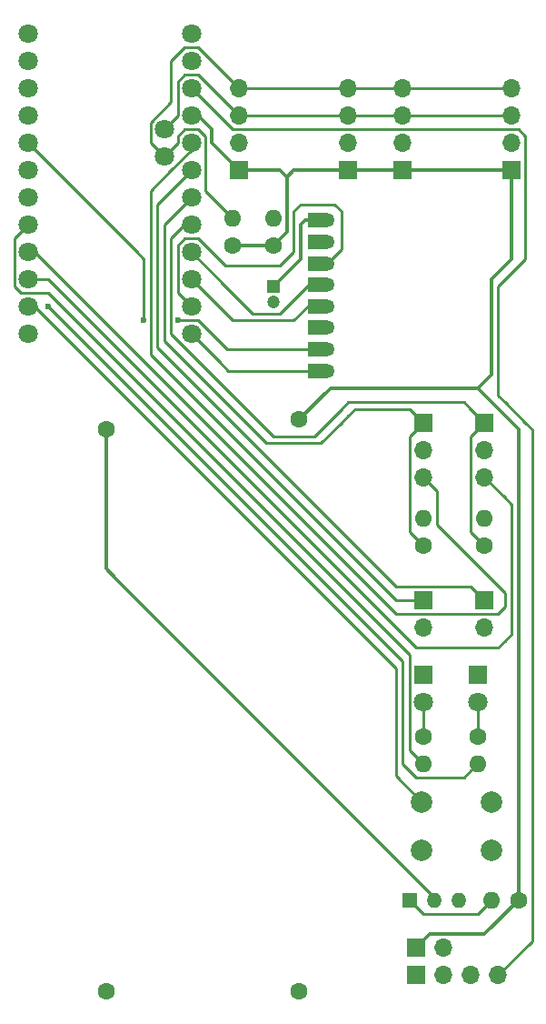
<source format=gbr>
G04 #@! TF.FileFunction,Copper,L1,Top,Signal*
%FSLAX46Y46*%
G04 Gerber Fmt 4.6, Leading zero omitted, Abs format (unit mm)*
G04 Created by KiCad (PCBNEW 4.0.7) date 05/04/18 00:13:25*
%MOMM*%
%LPD*%
G01*
G04 APERTURE LIST*
%ADD10C,0.100000*%
%ADD11R,1.800000X1.800000*%
%ADD12C,1.800000*%
%ADD13C,1.600000*%
%ADD14R,1.200000X1.200000*%
%ADD15C,1.200000*%
%ADD16C,1.350000*%
%ADD17R,1.800000X1.350000*%
%ADD18C,2.000000*%
%ADD19R,1.700000X1.700000*%
%ADD20O,1.700000X1.700000*%
%ADD21O,1.600000X1.600000*%
%ADD22R,1.400000X1.400000*%
%ADD23O,1.400000X1.400000*%
%ADD24C,0.600000*%
%ADD25C,0.350000*%
%ADD26C,0.250000*%
G04 APERTURE END LIST*
D10*
D11*
X144145000Y-113665000D03*
D12*
X144145000Y-116205000D03*
D13*
X127500000Y-143100000D03*
X127500000Y-89900000D03*
D14*
X125095000Y-77470000D03*
D15*
X125095000Y-78970000D03*
D12*
X117475000Y-81915000D03*
X117475000Y-79375000D03*
X117475000Y-76835000D03*
X117475000Y-74295000D03*
X117475000Y-71755000D03*
X117475000Y-69215000D03*
X117475000Y-66675000D03*
X117475000Y-64135000D03*
X117475000Y-61595000D03*
X117475000Y-59055000D03*
X117475000Y-56515000D03*
X117475000Y-53975000D03*
X102235000Y-53975000D03*
X102235000Y-56515000D03*
X102235000Y-59055000D03*
X102235000Y-61595000D03*
X102235000Y-64135000D03*
X102235000Y-66675000D03*
X102235000Y-69215000D03*
X102235000Y-71755000D03*
X102235000Y-74295000D03*
X102235000Y-76835000D03*
X102235000Y-79375000D03*
X102235000Y-81915000D03*
X114935000Y-65405000D03*
X114935000Y-62865000D03*
D11*
X139065000Y-113665000D03*
D12*
X139065000Y-116205000D03*
D16*
X130135000Y-85350000D03*
D17*
X129135000Y-85350000D03*
D16*
X130135000Y-71350000D03*
X130135000Y-73350000D03*
X130135000Y-75350000D03*
X130135000Y-77350000D03*
X130135000Y-79350000D03*
X130135000Y-81350000D03*
X130135000Y-83350000D03*
D17*
X129135000Y-71350000D03*
X129135000Y-73350000D03*
X129135000Y-75350000D03*
X129135000Y-77350000D03*
X129135000Y-79350000D03*
X129135000Y-81350000D03*
X129135000Y-83350000D03*
D18*
X138938000Y-129976000D03*
X138938000Y-125476000D03*
X145438000Y-129976000D03*
X145438000Y-125476000D03*
D19*
X138430000Y-139065000D03*
D20*
X140970000Y-139065000D03*
D19*
X147320000Y-66675000D03*
D20*
X147320000Y-64135000D03*
X147320000Y-61595000D03*
X147320000Y-59055000D03*
D19*
X121920000Y-66675000D03*
D20*
X121920000Y-64135000D03*
X121920000Y-61595000D03*
X121920000Y-59055000D03*
D19*
X138430000Y-141605000D03*
D20*
X140970000Y-141605000D03*
X143510000Y-141605000D03*
X146050000Y-141605000D03*
D13*
X109500000Y-90800000D03*
X109500000Y-143100000D03*
D19*
X144780000Y-106680000D03*
D20*
X144780000Y-109220000D03*
D19*
X139065000Y-106680000D03*
D20*
X139065000Y-109220000D03*
D19*
X137160000Y-66675000D03*
D20*
X137160000Y-64135000D03*
X137160000Y-61595000D03*
X137160000Y-59055000D03*
D19*
X132080000Y-66675000D03*
D20*
X132080000Y-64135000D03*
X132080000Y-61595000D03*
X132080000Y-59055000D03*
D13*
X125095000Y-73660000D03*
D21*
X125095000Y-71120000D03*
D13*
X121285000Y-73660000D03*
D21*
X121285000Y-71120000D03*
D13*
X144145000Y-119380000D03*
D21*
X144145000Y-121920000D03*
D13*
X139065000Y-119380000D03*
D21*
X139065000Y-121920000D03*
D13*
X147955000Y-134620000D03*
D21*
X145415000Y-134620000D03*
D22*
X137795000Y-134620000D03*
D23*
X140095000Y-134620000D03*
X142395000Y-134620000D03*
D13*
X139065000Y-101600000D03*
D21*
X139065000Y-99060000D03*
D13*
X144780000Y-101600000D03*
D21*
X144780000Y-99060000D03*
D19*
X144780000Y-90170000D03*
D20*
X144780000Y-92710000D03*
X144780000Y-95250000D03*
D19*
X139065000Y-90170000D03*
D20*
X139065000Y-92710000D03*
X139065000Y-95250000D03*
D24*
X104140000Y-79375000D03*
X113030000Y-80645000D03*
X116205000Y-80645000D03*
D25*
X130810000Y-86995000D02*
X130405000Y-86995000D01*
X130405000Y-86995000D02*
X127500000Y-89900000D01*
X145415000Y-85725000D02*
X145415000Y-85090000D01*
X145415000Y-76835000D02*
X145415000Y-85090000D01*
X145415000Y-76835000D02*
X146050000Y-76200000D01*
X144780000Y-86360000D02*
X145415000Y-85725000D01*
X119380000Y-62865000D02*
X119380000Y-64135000D01*
X119380000Y-64135000D02*
X120015000Y-64770000D01*
X120015000Y-64770000D02*
X121285000Y-66040000D01*
X121285000Y-66040000D02*
X121920000Y-66675000D01*
X147955000Y-134620000D02*
X147955000Y-133350000D01*
X147955000Y-134620000D02*
X144780000Y-137795000D01*
X139700000Y-137795000D02*
X138430000Y-139065000D01*
X144780000Y-137795000D02*
X139700000Y-137795000D01*
X144145000Y-86995000D02*
X144780000Y-86360000D01*
X147955000Y-90805000D02*
X144145000Y-86995000D01*
X147955000Y-133350000D02*
X147955000Y-90805000D01*
X147955000Y-133985000D02*
X147955000Y-133350000D01*
X129135000Y-71350000D02*
X128040000Y-71350000D01*
X127635000Y-71755000D02*
X127635000Y-72390000D01*
X128040000Y-71350000D02*
X127635000Y-71755000D01*
X117475000Y-61595000D02*
X118110000Y-61595000D01*
X118110000Y-61595000D02*
X119380000Y-62865000D01*
X125095000Y-73660000D02*
X126365000Y-72390000D01*
X126365000Y-72390000D02*
X126365000Y-67310000D01*
X130810000Y-86995000D02*
X144145000Y-86995000D01*
X147320000Y-66675000D02*
X147320000Y-74930000D01*
X147320000Y-74930000D02*
X146050000Y-76200000D01*
X126365000Y-67310000D02*
X127000000Y-66675000D01*
X127000000Y-66675000D02*
X132080000Y-66675000D01*
X126365000Y-67310000D02*
X125730000Y-66675000D01*
X121920000Y-66675000D02*
X125730000Y-66675000D01*
X121285000Y-73660000D02*
X125095000Y-73660000D01*
X125095000Y-77470000D02*
X127635000Y-74930000D01*
X127635000Y-72390000D02*
X127635000Y-74930000D01*
X130135000Y-71350000D02*
X128675000Y-71350000D01*
X132080000Y-66675000D02*
X137160000Y-66675000D01*
X137160000Y-66675000D02*
X147320000Y-66675000D01*
D26*
X129135000Y-73350000D02*
X130135000Y-73350000D01*
X144145000Y-116205000D02*
X144145000Y-119380000D01*
X129135000Y-81350000D02*
X130135000Y-81350000D01*
X135890000Y-111125000D02*
X137160000Y-112395000D01*
X137160000Y-112395000D02*
X137160000Y-113030000D01*
X104140000Y-79375000D02*
X106045000Y-81280000D01*
X129540000Y-104775000D02*
X135890000Y-111125000D01*
X106045000Y-81280000D02*
X129540000Y-104775000D01*
X137160000Y-113030000D02*
X137160000Y-121920000D01*
X138430000Y-123190000D02*
X137160000Y-121920000D01*
X142875000Y-123190000D02*
X139065000Y-123190000D01*
X139065000Y-123190000D02*
X138430000Y-123190000D01*
X143510000Y-122555000D02*
X142875000Y-123190000D01*
X144145000Y-121920000D02*
X143510000Y-122555000D01*
X135255000Y-111760000D02*
X136525000Y-113030000D01*
X136525000Y-113030000D02*
X136525000Y-113665000D01*
X135255000Y-111760000D02*
X102870000Y-79375000D01*
X102870000Y-79375000D02*
X102235000Y-79375000D01*
X136525000Y-122555000D02*
X136525000Y-123063000D01*
X136525000Y-123063000D02*
X138938000Y-125476000D01*
X136525000Y-113665000D02*
X136525000Y-122555000D01*
X129135000Y-85350000D02*
X120910000Y-85350000D01*
X120015000Y-84455000D02*
X117475000Y-81915000D01*
X120910000Y-85350000D02*
X120015000Y-84455000D01*
X129135000Y-85350000D02*
X130135000Y-85350000D01*
X123190000Y-83350000D02*
X120815000Y-83350000D01*
X120815000Y-83350000D02*
X118110000Y-80645000D01*
X123190000Y-83350000D02*
X129135000Y-83350000D01*
X129135000Y-83350000D02*
X128435000Y-83350000D01*
X129135000Y-83350000D02*
X128740000Y-83350000D01*
X113030000Y-74930000D02*
X112395000Y-74295000D01*
X113030000Y-80645000D02*
X113030000Y-74930000D01*
X118110000Y-80645000D02*
X116205000Y-80645000D01*
X102235000Y-64135000D02*
X112395000Y-74295000D01*
X129135000Y-83350000D02*
X130135000Y-83350000D01*
X114935000Y-62865000D02*
X116205000Y-61595000D01*
X118110000Y-57785000D02*
X118745000Y-58420000D01*
X116840000Y-57785000D02*
X118110000Y-57785000D01*
X116205000Y-58420000D02*
X116840000Y-57785000D01*
X116205000Y-61595000D02*
X116205000Y-58420000D01*
X118745000Y-58420000D02*
X120650000Y-60325000D01*
X120650000Y-60325000D02*
X121920000Y-61595000D01*
X121920000Y-61595000D02*
X132080000Y-61595000D01*
X132080000Y-61595000D02*
X137160000Y-61595000D01*
X137160000Y-61595000D02*
X147320000Y-61595000D01*
X115570000Y-56515000D02*
X115570000Y-60325000D01*
X115570000Y-60325000D02*
X113665000Y-62230000D01*
X116840000Y-55245000D02*
X118110000Y-55245000D01*
X115570000Y-56515000D02*
X116840000Y-55245000D01*
X118110000Y-55245000D02*
X121920000Y-59055000D01*
X113665000Y-64135000D02*
X113665000Y-62230000D01*
X113665000Y-64135000D02*
X114935000Y-65405000D01*
X118745000Y-66675000D02*
X118745000Y-68580000D01*
X118745000Y-68580000D02*
X121285000Y-71120000D01*
X116205000Y-64135000D02*
X114935000Y-65405000D01*
X116205000Y-63500000D02*
X116205000Y-64135000D01*
X116840000Y-62865000D02*
X116205000Y-63500000D01*
X118110000Y-62865000D02*
X116840000Y-62865000D01*
X118745000Y-63500000D02*
X118110000Y-62865000D01*
X118745000Y-66675000D02*
X118745000Y-63500000D01*
X121920000Y-59055000D02*
X132080000Y-59055000D01*
X132080000Y-59055000D02*
X137160000Y-59055000D01*
X137160000Y-59055000D02*
X147320000Y-59055000D01*
X131445000Y-88900000D02*
X132080000Y-88265000D01*
X142875000Y-88265000D02*
X143510000Y-88900000D01*
X132080000Y-88265000D02*
X142875000Y-88265000D01*
X144780000Y-90170000D02*
X143510000Y-91440000D01*
X143510000Y-100330000D02*
X144780000Y-101600000D01*
X143510000Y-91440000D02*
X143510000Y-100330000D01*
X125095000Y-91440000D02*
X128905000Y-91440000D01*
X117475000Y-71755000D02*
X116840000Y-71755000D01*
X116840000Y-71755000D02*
X115570000Y-73025000D01*
X115570000Y-73025000D02*
X115570000Y-81915000D01*
X143510000Y-88900000D02*
X144780000Y-90170000D01*
X128905000Y-91440000D02*
X131445000Y-88900000D01*
X115570000Y-81915000D02*
X125095000Y-91440000D01*
X132080000Y-89535000D02*
X132715000Y-88900000D01*
X137795000Y-88900000D02*
X139065000Y-90170000D01*
X132715000Y-88900000D02*
X137795000Y-88900000D01*
X131445000Y-90170000D02*
X132080000Y-89535000D01*
X138430000Y-89535000D02*
X139065000Y-90170000D01*
X139065000Y-90170000D02*
X137795000Y-91440000D01*
X137795000Y-91440000D02*
X137795000Y-100330000D01*
X137795000Y-100330000D02*
X139065000Y-101600000D01*
X124460000Y-92075000D02*
X129540000Y-92075000D01*
X117475000Y-69215000D02*
X114935000Y-71755000D01*
X114935000Y-71755000D02*
X114935000Y-82550000D01*
X129540000Y-92075000D02*
X131445000Y-90170000D01*
X114935000Y-82550000D02*
X124460000Y-92075000D01*
X143510000Y-105410000D02*
X136525000Y-105410000D01*
X136525000Y-105410000D02*
X135890000Y-104775000D01*
X135255000Y-104140000D02*
X135890000Y-104775000D01*
X131445000Y-100330000D02*
X135255000Y-104140000D01*
X117475000Y-66675000D02*
X114300000Y-69850000D01*
X114300000Y-69850000D02*
X114300000Y-83185000D01*
X114300000Y-83185000D02*
X131445000Y-100330000D01*
X143510000Y-105410000D02*
X144780000Y-106680000D01*
X130810000Y-100965000D02*
X136525000Y-106680000D01*
X115570000Y-66675000D02*
X113665000Y-68580000D01*
X113665000Y-68580000D02*
X113665000Y-83820000D01*
X113665000Y-83820000D02*
X130810000Y-100965000D01*
X117475000Y-64770000D02*
X115570000Y-66675000D01*
X136525000Y-106680000D02*
X139065000Y-106680000D01*
X117475000Y-64135000D02*
X117475000Y-64770000D01*
X118110000Y-73025000D02*
X118745000Y-73660000D01*
X120015000Y-74930000D02*
X120650000Y-75565000D01*
X118745000Y-73660000D02*
X120015000Y-74930000D01*
X131445000Y-73025000D02*
X131445000Y-74040000D01*
X130810000Y-69850000D02*
X127635000Y-69850000D01*
X127635000Y-69850000D02*
X127000000Y-70485000D01*
X127000000Y-70485000D02*
X127000000Y-74295000D01*
X127000000Y-74295000D02*
X125730000Y-75565000D01*
X125730000Y-75565000D02*
X120650000Y-75565000D01*
X131445000Y-70485000D02*
X131445000Y-73025000D01*
X130810000Y-69850000D02*
X131445000Y-70485000D01*
X131445000Y-74040000D02*
X130135000Y-75350000D01*
X116205000Y-78105000D02*
X117475000Y-79375000D01*
X116205000Y-73660000D02*
X116205000Y-78105000D01*
X116840000Y-73025000D02*
X116205000Y-73660000D01*
X118110000Y-73025000D02*
X116840000Y-73025000D01*
X129135000Y-75350000D02*
X130135000Y-75350000D01*
X120650000Y-77470000D02*
X123190000Y-80010000D01*
X125730000Y-80010000D02*
X126365000Y-79375000D01*
X123190000Y-80010000D02*
X125730000Y-80010000D01*
X129135000Y-77350000D02*
X128390000Y-77350000D01*
X128390000Y-77350000D02*
X127000000Y-78740000D01*
X117475000Y-74295000D02*
X120650000Y-77470000D01*
X126365000Y-79375000D02*
X127000000Y-78740000D01*
X127000000Y-78740000D02*
X128270000Y-77470000D01*
X129135000Y-77350000D02*
X130135000Y-77350000D01*
X120015000Y-79375000D02*
X121285000Y-80645000D01*
X121285000Y-80645000D02*
X127000000Y-80645000D01*
X129135000Y-79350000D02*
X128295000Y-79350000D01*
X128295000Y-79350000D02*
X127000000Y-80645000D01*
X120015000Y-79375000D02*
X117475000Y-76835000D01*
X129135000Y-79350000D02*
X130135000Y-79350000D01*
X146685000Y-76835000D02*
X146050000Y-77470000D01*
X146050000Y-87630000D02*
X146685000Y-88265000D01*
X146050000Y-77470000D02*
X146050000Y-87630000D01*
X149225000Y-138430000D02*
X149225000Y-90805000D01*
X146050000Y-141605000D02*
X149225000Y-138430000D01*
X149225000Y-90805000D02*
X148590000Y-90170000D01*
X120015000Y-61595000D02*
X121285000Y-62865000D01*
X121285000Y-62865000D02*
X147955000Y-62865000D01*
X147955000Y-62865000D02*
X148590000Y-63500000D01*
X148590000Y-63500000D02*
X148590000Y-74930000D01*
X120015000Y-61595000D02*
X117475000Y-59055000D01*
X146685000Y-88265000D02*
X148590000Y-90170000D01*
X148590000Y-74930000D02*
X146685000Y-76835000D01*
X139065000Y-116205000D02*
X139065000Y-119380000D01*
X136525000Y-110490000D02*
X137160000Y-111125000D01*
X137795000Y-111760000D02*
X137795000Y-112395000D01*
X137160000Y-111125000D02*
X137795000Y-111760000D01*
X105410000Y-79375000D02*
X104140000Y-78105000D01*
X100965000Y-73025000D02*
X102235000Y-71755000D01*
X100965000Y-77470000D02*
X100965000Y-73025000D01*
X101600000Y-78105000D02*
X100965000Y-77470000D01*
X104140000Y-78105000D02*
X101600000Y-78105000D01*
X109220000Y-83185000D02*
X110490000Y-84455000D01*
X130810000Y-104775000D02*
X135890000Y-109855000D01*
X110490000Y-84455000D02*
X130810000Y-104775000D01*
X135890000Y-109855000D02*
X136525000Y-110490000D01*
X109220000Y-83185000D02*
X105410000Y-79375000D01*
X137795000Y-120015000D02*
X137795000Y-120650000D01*
X137795000Y-112395000D02*
X137795000Y-120015000D01*
X137795000Y-120650000D02*
X139065000Y-121920000D01*
D25*
X109500000Y-90800000D02*
X109500000Y-103785000D01*
X111760000Y-106045000D02*
X110490000Y-104775000D01*
X111760000Y-106045000D02*
X140095000Y-134380000D01*
X109500000Y-103785000D02*
X110490000Y-104775000D01*
X140095000Y-134620000D02*
X140095000Y-134380000D01*
D26*
X137795000Y-134620000D02*
X139065000Y-135890000D01*
X144145000Y-135890000D02*
X145415000Y-134620000D01*
X139065000Y-135890000D02*
X144145000Y-135890000D01*
X146685000Y-106045000D02*
X140335000Y-99695000D01*
X140335000Y-99695000D02*
X140335000Y-99060000D01*
X146050000Y-107950000D02*
X136525000Y-107950000D01*
X146685000Y-107315000D02*
X146050000Y-107950000D01*
X146685000Y-106045000D02*
X146685000Y-107315000D01*
X102235000Y-74295000D02*
X102870000Y-74295000D01*
X102870000Y-74295000D02*
X136525000Y-107950000D01*
X140335000Y-99060000D02*
X140335000Y-96520000D01*
X140335000Y-96520000D02*
X139065000Y-95250000D01*
X137160000Y-109855000D02*
X137795000Y-110490000D01*
X137795000Y-110490000D02*
X138430000Y-111125000D01*
X146685000Y-97155000D02*
X147320000Y-97790000D01*
X147320000Y-109855000D02*
X146685000Y-110490000D01*
X147320000Y-97790000D02*
X147320000Y-109855000D01*
X137160000Y-109855000D02*
X107950000Y-80645000D01*
X104140000Y-76835000D02*
X103505000Y-76835000D01*
X107950000Y-80645000D02*
X104140000Y-76835000D01*
X138430000Y-111125000D02*
X146050000Y-111125000D01*
X103505000Y-76835000D02*
X102235000Y-76835000D01*
X146050000Y-111125000D02*
X146685000Y-110490000D01*
X146685000Y-97155000D02*
X144780000Y-95250000D01*
M02*

</source>
